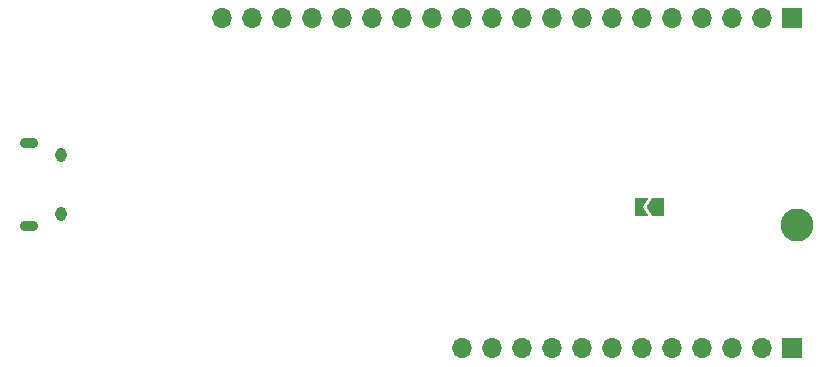
<source format=gbs>
G04 #@! TF.GenerationSoftware,KiCad,Pcbnew,6.0.0*
G04 #@! TF.CreationDate,2022-01-16T15:10:04+01:00*
G04 #@! TF.ProjectId,ESP32 UWB,45535033-3220-4555-9742-2e6b69636164,rev?*
G04 #@! TF.SameCoordinates,Original*
G04 #@! TF.FileFunction,Soldermask,Bot*
G04 #@! TF.FilePolarity,Negative*
%FSLAX46Y46*%
G04 Gerber Fmt 4.6, Leading zero omitted, Abs format (unit mm)*
G04 Created by KiCad (PCBNEW 6.0.0) date 2022-01-16 15:10:04*
%MOMM*%
%LPD*%
G01*
G04 APERTURE LIST*
G04 Aperture macros list*
%AMFreePoly0*
4,1,6,1.000000,0.000000,0.500000,-0.750000,-0.500000,-0.750000,-0.500000,0.750000,0.500000,0.750000,1.000000,0.000000,1.000000,0.000000,$1*%
%AMFreePoly1*
4,1,6,0.500000,-0.750000,-0.650000,-0.750000,-0.150000,0.000000,-0.650000,0.750000,0.500000,0.750000,0.500000,-0.750000,0.500000,-0.750000,$1*%
G04 Aperture macros list end*
%ADD10C,2.800000*%
%ADD11O,1.550000X0.890000*%
%ADD12O,0.950000X1.250000*%
%ADD13R,1.700000X1.700000*%
%ADD14O,1.700000X1.700000*%
%ADD15FreePoly0,180.000000*%
%ADD16FreePoly1,180.000000*%
G04 APERTURE END LIST*
D10*
X178960000Y-108458000D03*
D11*
X113939000Y-108529000D03*
D12*
X116639000Y-102529000D03*
X116639000Y-107529000D03*
D11*
X113939000Y-101529000D03*
D13*
X178562000Y-90932000D03*
D14*
X176022000Y-90932000D03*
X173482000Y-90932000D03*
X170942000Y-90932000D03*
X168402000Y-90932000D03*
X165862000Y-90932000D03*
X163322000Y-90932000D03*
X160782000Y-90932000D03*
X158242000Y-90932000D03*
X155702000Y-90932000D03*
X153162000Y-90932000D03*
X150622000Y-90932000D03*
X148082000Y-90932000D03*
X145542000Y-90932000D03*
X143002000Y-90932000D03*
X140462000Y-90932000D03*
X137922000Y-90932000D03*
X135382000Y-90932000D03*
X132842000Y-90932000D03*
X130302000Y-90932000D03*
D13*
X178562000Y-118872000D03*
D14*
X176022000Y-118872000D03*
X173482000Y-118872000D03*
X170942000Y-118872000D03*
X168402000Y-118872000D03*
X165862000Y-118872000D03*
X163322000Y-118872000D03*
X160782000Y-118872000D03*
X158242000Y-118872000D03*
X155702000Y-118872000D03*
X153162000Y-118872000D03*
X150622000Y-118872000D03*
D15*
X167201100Y-106952655D03*
D16*
X165751100Y-106952655D03*
M02*

</source>
